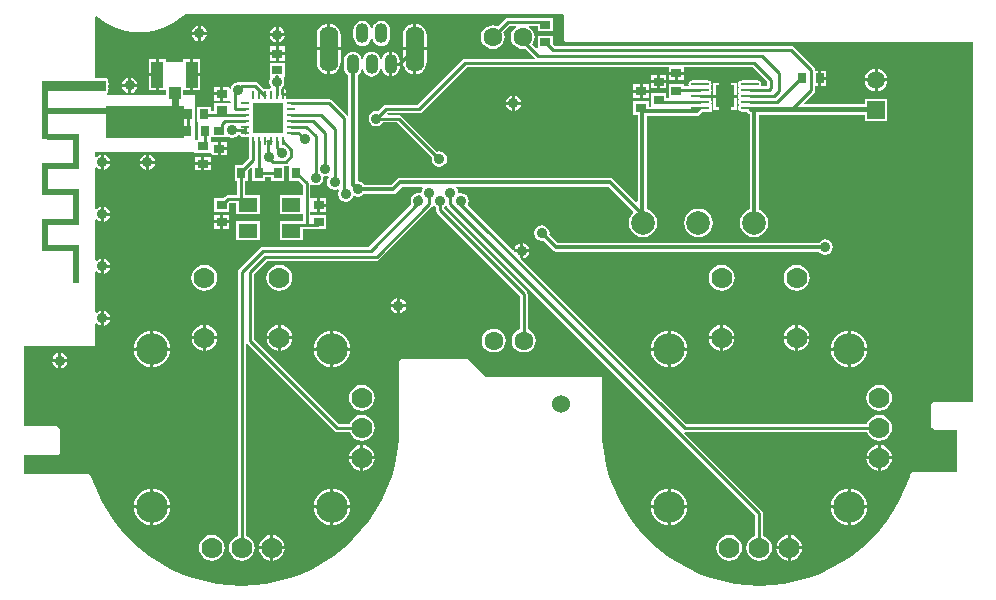
<source format=gbl>
%FSAX24Y24*%
%MOIN*%
G70*
G01*
G75*
G04 Layer_Physical_Order=2*
G04 Layer_Color=16711680*
%ADD10R,0.0600X0.0600*%
%ADD11R,0.0276X0.0354*%
%ADD12R,0.0354X0.0276*%
%ADD13R,0.0315X0.0354*%
%ADD14R,0.0354X0.0315*%
%ADD15R,0.0866X0.1142*%
%ADD16R,0.0236X0.1024*%
%ADD17O,0.0236X0.1024*%
%ADD18R,0.0118X0.0630*%
%ADD19O,0.0118X0.0630*%
%ADD20R,0.0945X0.1299*%
%ADD21R,0.0945X0.0394*%
%ADD22O,0.0807X0.0236*%
%ADD23O,0.0236X0.0807*%
%ADD24C,0.0139*%
%ADD25C,0.0100*%
%ADD26R,0.0630X0.1181*%
%ADD27R,0.1075X0.1126*%
%ADD28R,0.1299X0.1654*%
%ADD29C,0.0787*%
%ADD30O,0.0591X0.0866*%
%ADD31C,0.0600*%
%ADD32C,0.0630*%
%ADD33C,0.0700*%
%ADD34C,0.1057*%
%ADD35R,0.0591X0.0591*%
%ADD36C,0.0591*%
%ADD37O,0.0433X0.0669*%
%ADD38C,0.0157*%
%ADD39O,0.0630X0.1535*%
%ADD40C,0.0350*%
%ADD41R,0.0618X0.0740*%
%ADD42O,0.0610X0.0098*%
%ADD43R,0.0610X0.0098*%
%ADD44R,0.0630X0.0492*%
%ADD45O,0.0276X0.0098*%
%ADD46O,0.0098X0.0276*%
%ADD47R,0.1024X0.1024*%
%ADD48R,0.0394X0.0413*%
%ADD49R,0.0413X0.0866*%
%ADD50C,0.0218*%
%ADD51C,0.0179*%
%ADD52R,0.0402X0.1055*%
%ADD53R,0.0197X0.1173*%
%ADD54R,0.1130X0.0197*%
%ADD55R,0.2012X0.0197*%
%ADD56R,0.1957X0.0354*%
%ADD57R,0.0197X0.1969*%
%ADD58R,0.1114X0.0197*%
%ADD59R,0.0197X0.0984*%
%ADD60R,0.0197X0.0945*%
%ADD61R,0.1098X0.0197*%
%ADD62R,0.1169X0.0197*%
%ADD63R,0.1126X0.0197*%
%ADD64R,0.0197X0.1063*%
%ADD65R,0.2598X0.1080*%
G36*
X019097Y019570D02*
Y018791D01*
X019097Y018791D01*
X019097D01*
X019107Y018741D01*
X019136Y018699D01*
X019178Y018670D01*
X019228Y018660D01*
X032719D01*
Y006679D01*
X031472D01*
X031422Y006669D01*
X031380Y006640D01*
X031351Y006597D01*
X031341Y006547D01*
X031341Y006547D01*
X031341Y006547D01*
Y005878D01*
X031351Y005828D01*
X031380Y005785D01*
X031422Y005757D01*
X031472Y005747D01*
X032207D01*
Y004316D01*
X030831D01*
X030816Y004326D01*
X030766Y004336D01*
X030716Y004326D01*
X030673Y004298D01*
X030645Y004255D01*
X030643Y004246D01*
X030640Y004244D01*
X030640D01*
X030622Y004178D01*
X030479Y003790D01*
X030306Y003415D01*
X030104Y003055D01*
X029874Y002711D01*
X029619Y002387D01*
X029338Y002083D01*
X029035Y001803D01*
X028710Y001547D01*
X028367Y001318D01*
X028006Y001116D01*
X027631Y000943D01*
X027244Y000800D01*
X026846Y000688D01*
X026441Y000607D01*
X026031Y000559D01*
X025618Y000542D01*
X025205Y000559D01*
X024795Y000607D01*
X024390Y000688D01*
X023992Y000800D01*
X023604Y000943D01*
X023229Y001116D01*
X022869Y001318D01*
X022525Y001547D01*
X022201Y001803D01*
X021898Y002083D01*
X021617Y002387D01*
X021361Y002711D01*
X021132Y003055D01*
X020930Y003415D01*
X020757Y003790D01*
X020614Y004178D01*
X020502Y004576D01*
X020421Y004981D01*
X020373Y005391D01*
X020361Y005684D01*
X020359Y005684D01*
X020352Y005718D01*
X020354Y005720D01*
X020354D01*
Y007492D01*
X018102D01*
X018097Y007495D01*
X018047Y007505D01*
X016487D01*
X015935Y008057D01*
X015893Y008086D01*
X015843Y008096D01*
X013736D01*
X013686Y008086D01*
X013643Y008057D01*
X013615Y008015D01*
X013605Y007965D01*
Y005799D01*
X013609Y005780D01*
X013593Y005389D01*
X013545Y004979D01*
X013464Y004574D01*
X013352Y004176D01*
X013209Y003788D01*
X013036Y003413D01*
X012834Y003053D01*
X012605Y002709D01*
X012349Y002385D01*
X012069Y002082D01*
X011765Y001801D01*
X011441Y001545D01*
X011097Y001316D01*
X010737Y001114D01*
X010362Y000941D01*
X009974Y000798D01*
X009576Y000686D01*
X009171Y000605D01*
X008761Y000557D01*
X008348Y000541D01*
X007935Y000557D01*
X007525Y000605D01*
X007120Y000686D01*
X006722Y000798D01*
X006335Y000941D01*
X005960Y001114D01*
X005599Y001316D01*
X005256Y001545D01*
X004931Y001801D01*
X004628Y002082D01*
X004348Y002385D01*
X004092Y002709D01*
X003862Y003053D01*
X003660Y003413D01*
X003487Y003788D01*
X003344Y004176D01*
X003342Y004184D01*
X003342D01*
X003342Y004184D01*
X003340Y004194D01*
X003311Y004237D01*
X003269Y004265D01*
X003219Y004275D01*
X003216Y004275D01*
X003205Y004277D01*
X001092D01*
Y004881D01*
X002181D01*
X002231Y004891D01*
X002274Y004919D01*
X002302Y004962D01*
X002312Y005012D01*
Y005720D01*
X002302Y005771D01*
X002274Y005813D01*
X002231Y005842D01*
X002181Y005852D01*
X001092D01*
Y008516D01*
X003480D01*
Y009273D01*
X003527Y009287D01*
X003534Y009278D01*
X003618Y009222D01*
X003667Y009212D01*
Y009461D01*
Y009709D01*
X003618Y009700D01*
X003534Y009644D01*
X003527Y009634D01*
X003480Y009649D01*
Y011005D01*
X003527Y011019D01*
X003534Y011010D01*
X003618Y010954D01*
X003667Y010944D01*
Y011193D01*
Y011442D01*
X003618Y011432D01*
X003534Y011376D01*
X003527Y011367D01*
X003480Y011381D01*
Y012737D01*
X003527Y012752D01*
X003534Y012742D01*
X003618Y012686D01*
X003667Y012676D01*
Y012925D01*
Y013174D01*
X003618Y013164D01*
X003534Y013108D01*
X003527Y013099D01*
X003480Y013113D01*
Y014470D01*
X003527Y014484D01*
X003534Y014475D01*
X003618Y014418D01*
X003667Y014409D01*
Y014657D01*
Y014906D01*
X003618Y014897D01*
X003534Y014840D01*
X003527Y014831D01*
X003480Y014845D01*
Y015012D01*
X006772D01*
X006807Y014977D01*
Y014972D01*
X007319D01*
Y014972D01*
X007323D01*
X007358Y014938D01*
Y014894D01*
X007564D01*
Y015110D01*
Y015327D01*
X007358D01*
Y015327D01*
X007354D01*
X007319Y015362D01*
Y015406D01*
X007319D01*
Y015417D01*
X007346Y015445D01*
X007346D01*
Y015484D01*
X007346D01*
X007358D01*
X007381Y015484D01*
X007381Y015484D01*
X007381Y015484D01*
X007870D01*
X007870Y015484D01*
Y015484D01*
X007911Y015506D01*
X007948Y015481D01*
X008047Y015462D01*
X008146Y015481D01*
X008230Y015538D01*
X008238Y015549D01*
X008280D01*
X008322Y015521D01*
X008372Y015511D01*
X008457D01*
X008461Y015510D01*
X008465Y015511D01*
X008549D01*
X008576Y015517D01*
X008611Y015482D01*
X008606Y015455D01*
Y015370D01*
X008605Y015366D01*
Y014791D01*
X008373Y014559D01*
X008126D01*
Y014047D01*
X008211D01*
Y013565D01*
X008165D01*
Y013549D01*
X007898D01*
X007847Y013539D01*
X007805Y013510D01*
X007751Y013457D01*
X007437D01*
Y012984D01*
X007949D01*
Y013283D01*
X007952Y013286D01*
X008165D01*
Y012915D01*
X008953D01*
Y013565D01*
X008474D01*
Y014047D01*
X008559D01*
Y014373D01*
X008671Y014485D01*
X008717Y014467D01*
Y014047D01*
X009150D01*
Y014172D01*
X009346D01*
Y014047D01*
X009780D01*
Y014526D01*
X009822D01*
X009873Y014536D01*
X009894Y014550D01*
X009937Y014527D01*
Y014047D01*
X010244D01*
X010388Y013903D01*
Y013565D01*
X009622D01*
Y012915D01*
X010388D01*
Y012699D01*
X009622D01*
Y012049D01*
X010409D01*
Y012420D01*
X010862D01*
X010912Y012430D01*
X010917Y012433D01*
X011177D01*
Y012906D01*
X010665D01*
D01*
X010665D01*
X010650Y012921D01*
Y012984D01*
X010650D01*
X010665D01*
X010685Y012984D01*
X010685Y012984D01*
X010685Y012984D01*
X010871D01*
Y013220D01*
Y013457D01*
X010685D01*
X010685Y013457D01*
X010685Y013457D01*
X010665Y013457D01*
X010650Y013472D01*
Y013883D01*
X010654Y013904D01*
X010700Y013923D01*
X010724Y013907D01*
X010823Y013887D01*
X010922Y013907D01*
X011006Y013963D01*
X011062Y014047D01*
X011082Y014146D01*
X011080Y014152D01*
X011115Y014187D01*
X011138Y014182D01*
X011236Y014202D01*
X011263Y014161D01*
X011214Y014087D01*
X011194Y013988D01*
X011214Y013889D01*
X011270Y013805D01*
X011354Y013749D01*
X011453Y013729D01*
X011552Y013749D01*
X011578Y013766D01*
X011580D01*
X011614Y013733D01*
X011588Y013693D01*
X011568Y013594D01*
X011588Y013495D01*
X011644Y013412D01*
X011728Y013355D01*
X011827Y013336D01*
X011926Y013355D01*
X012010Y013412D01*
X012066Y013495D01*
X012070Y013518D01*
X012116Y013536D01*
X012121Y013533D01*
X012220Y013513D01*
X012319Y013533D01*
X012403Y013589D01*
X012411Y013601D01*
X013177D01*
X013177Y013601D01*
X013177Y013601D01*
X013402D01*
X013459Y013612D01*
X013509Y013645D01*
X013509Y013645D01*
X013707Y013843D01*
X014380D01*
X014404Y013800D01*
X014361Y013737D01*
X014352Y013687D01*
X014318Y013637D01*
X014268Y013647D01*
X014217Y013637D01*
X014189Y013618D01*
X014145Y013609D01*
X014061Y013553D01*
X014005Y013469D01*
X013985Y013370D01*
X014005Y013271D01*
X014017Y013254D01*
X012599Y011836D01*
X009071D01*
X009021Y011826D01*
X008978Y011798D01*
X008269Y011089D01*
X008241Y011046D01*
X008231Y010996D01*
Y002209D01*
X008146Y002174D01*
X008056Y002105D01*
X007988Y002015D01*
X007944Y001911D01*
X007930Y001799D01*
X007944Y001687D01*
X007988Y001583D01*
X008056Y001493D01*
X008146Y001425D01*
X008250Y001381D01*
X008362Y001367D01*
X008474Y001381D01*
X008578Y001425D01*
X008668Y001493D01*
X008737Y001583D01*
X008780Y001687D01*
X008795Y001799D01*
X008780Y001911D01*
X008737Y002015D01*
X008668Y002105D01*
X008578Y002174D01*
X008493Y002209D01*
Y008612D01*
X008545Y008620D01*
Y008620D01*
X011458Y005706D01*
X011501Y005678D01*
X011551Y005668D01*
X011953D01*
X011988Y005583D01*
X012056Y005493D01*
X012146Y005425D01*
X012250Y005381D01*
X012362Y005367D01*
X012474Y005381D01*
X012578Y005425D01*
X012668Y005493D01*
X012737Y005583D01*
X012780Y005687D01*
X012795Y005799D01*
X012780Y005911D01*
X012737Y006015D01*
X012668Y006105D01*
X012578Y006174D01*
X012474Y006217D01*
X012362Y006232D01*
X012250Y006217D01*
X012146Y006174D01*
X012056Y006105D01*
X011988Y006015D01*
X011953Y005930D01*
X011606D01*
X008769Y008767D01*
Y010942D01*
X009204Y011377D01*
X012858D01*
X012909Y011387D01*
X012951Y011415D01*
X012951Y011415D01*
X012951Y011415D01*
X014695Y013159D01*
X014695Y013159D01*
X014695Y013159D01*
X014719Y013195D01*
X014768D01*
X014774Y013187D01*
X014825Y013153D01*
Y013067D01*
X014835Y013017D01*
X014864Y012974D01*
X017629Y010209D01*
Y009084D01*
X017561Y009056D01*
X017479Y008993D01*
X017416Y008911D01*
X017376Y008815D01*
X017363Y008713D01*
X017376Y008610D01*
X017416Y008514D01*
X017479Y008432D01*
X017561Y008369D01*
X017657Y008329D01*
X017760Y008316D01*
X017863Y008329D01*
X017958Y008369D01*
X018041Y008432D01*
X018104Y008514D01*
X018143Y008610D01*
X018157Y008713D01*
X018143Y008815D01*
X018104Y008911D01*
X018041Y008993D01*
X017958Y009056D01*
X017891Y009084D01*
Y010264D01*
X017881Y010314D01*
X017853Y010357D01*
X015088Y013121D01*
Y013153D01*
X015140Y013187D01*
X015140Y013187D01*
Y013187D01*
X015142Y013189D01*
X015191Y013183D01*
X015199Y013171D01*
X015199Y013171D01*
X015199D01*
Y013171D01*
X015199Y013171D01*
X025475Y002894D01*
Y002209D01*
X025390Y002174D01*
X025301Y002105D01*
X025232Y002015D01*
X025189Y001911D01*
X025174Y001799D01*
X025189Y001687D01*
X025232Y001583D01*
X025301Y001493D01*
X025390Y001425D01*
X025494Y001381D01*
X025606Y001367D01*
X025718Y001381D01*
X025823Y001425D01*
X025912Y001493D01*
X025981Y001583D01*
X026024Y001687D01*
X026039Y001799D01*
X026024Y001911D01*
X025981Y002015D01*
X025912Y002105D01*
X025823Y002174D01*
X025738Y002209D01*
Y002949D01*
X025728Y002999D01*
X025699Y003042D01*
X023117Y005624D01*
X023126Y005668D01*
X024346D01*
X024346Y005668D01*
X029197D01*
X029232Y005583D01*
X029301Y005493D01*
X029390Y005425D01*
X029494Y005381D01*
X029606Y005367D01*
X029718Y005381D01*
X029823Y005425D01*
X029912Y005493D01*
X029981Y005583D01*
X030024Y005687D01*
X030039Y005799D01*
X030024Y005911D01*
X029981Y006015D01*
X029912Y006105D01*
X029823Y006174D01*
X029718Y006217D01*
X029606Y006232D01*
X029494Y006217D01*
X029390Y006174D01*
X029301Y006105D01*
X029232Y006015D01*
X029197Y005930D01*
X024347D01*
X024346Y005930D01*
X023180D01*
X017683Y011428D01*
X017693Y011446D01*
X017658Y011453D01*
X017643Y011468D01*
Y011655D01*
X017456D01*
X017441Y011670D01*
X017434Y011705D01*
X017440Y011732D01*
X017393Y011718D01*
X015881Y013230D01*
X015908Y013271D01*
X015928Y013370D01*
X015908Y013469D01*
X015852Y013553D01*
X015768Y013609D01*
X015669Y013629D01*
X015643Y013624D01*
X015572Y013638D01*
X015552Y013737D01*
X015496Y013821D01*
X015503Y013843D01*
X020576D01*
X021398Y013021D01*
X021395Y012975D01*
X021320Y012876D01*
X021272Y012761D01*
X021256Y012638D01*
X021272Y012514D01*
X021320Y012400D01*
X021395Y012301D01*
X021494Y012225D01*
X021609Y012178D01*
X021732Y012161D01*
X021856Y012178D01*
X021971Y012225D01*
X022069Y012301D01*
X022145Y012400D01*
X022193Y012514D01*
X022209Y012638D01*
X022193Y012761D01*
X022145Y012876D01*
X022069Y012975D01*
X021971Y013050D01*
X021860Y013096D01*
Y016199D01*
X023520D01*
X023520Y016199D01*
X023568Y016209D01*
X023578Y016211D01*
X023627Y016243D01*
X023627Y016243D01*
X023627Y016243D01*
X023705Y016322D01*
X023718Y016341D01*
X024022D01*
Y016596D01*
X024022Y016596D01*
X024022D01*
X024013Y016613D01*
X024014Y016615D01*
X024024Y016665D01*
X024014Y016715D01*
X023986Y016758D01*
Y016770D01*
X024014Y016812D01*
X023638D01*
Y016912D01*
X024014D01*
X023986Y016954D01*
Y016967D01*
X024014Y017009D01*
X024024Y017059D01*
X024014Y017109D01*
X023986Y017151D01*
Y017164D01*
X024014Y017206D01*
X024024Y017256D01*
X024014Y017306D01*
X023986Y017348D01*
X023944Y017376D01*
X023894Y017386D01*
X023382D01*
X023332Y017376D01*
X023290Y017348D01*
X023261Y017306D01*
X023251Y017256D01*
X023257Y017228D01*
X023226Y017190D01*
X023106D01*
Y017256D01*
X022594D01*
Y016823D01*
D01*
Y016823D01*
X022568Y016797D01*
X022516D01*
Y016961D01*
X022004D01*
Y016528D01*
D01*
Y016528D01*
X021978Y016502D01*
X021925D01*
Y016705D01*
X021413D01*
Y016232D01*
X021557D01*
Y013355D01*
X021512Y013336D01*
X020746Y014102D01*
X020697Y014135D01*
X020687Y014137D01*
X020639Y014146D01*
X020639Y014146D01*
X013644D01*
X013586Y014135D01*
X013537Y014102D01*
X013537Y014102D01*
X013339Y013903D01*
X013177D01*
X013177Y013903D01*
X013177Y013903D01*
X012438D01*
X012403Y013955D01*
X012319Y014011D01*
X012220Y014030D01*
X012220Y014031D01*
Y017555D01*
X012274Y017596D01*
X012321Y017658D01*
X012351Y017730D01*
X012353Y017750D01*
X012403D01*
X012405Y017730D01*
X012435Y017658D01*
X012482Y017596D01*
X012544Y017549D01*
X012616Y017519D01*
X012693Y017509D01*
X012770Y017519D01*
X012842Y017549D01*
X012904Y017596D01*
X012951Y017658D01*
X012981Y017730D01*
X012983Y017750D01*
X013032D01*
X013035Y017730D01*
X013065Y017658D01*
X013112Y017596D01*
X013174Y017549D01*
X013246Y017519D01*
X013273Y017516D01*
Y017925D01*
Y018335D01*
X013246Y018331D01*
X013174Y018301D01*
X013112Y018254D01*
X013065Y018192D01*
X013035Y018120D01*
X013032Y018100D01*
X012983D01*
X012981Y018120D01*
X012951Y018192D01*
X012904Y018254D01*
X012842Y018301D01*
X012770Y018331D01*
X012693Y018341D01*
X012616Y018331D01*
X012544Y018301D01*
X012482Y018254D01*
X012435Y018192D01*
X012405Y018120D01*
X012403Y018100D01*
X012353D01*
X012351Y018120D01*
X012321Y018192D01*
X012274Y018254D01*
X012212Y018301D01*
X012140Y018331D01*
X012063Y018341D01*
X011986Y018331D01*
X011914Y018301D01*
X011852Y018254D01*
X011805Y018192D01*
X011775Y018120D01*
X011765Y018043D01*
Y017807D01*
X011775Y017730D01*
X011805Y017658D01*
X011852Y017596D01*
X011914Y017549D01*
X011917Y017548D01*
Y016226D01*
X011870Y016212D01*
X011861Y016227D01*
X011368Y016719D01*
X011326Y016747D01*
X011276Y016757D01*
X009996D01*
X009992Y016756D01*
X009907D01*
X009880Y016751D01*
X009846Y016786D01*
X009851Y016813D01*
Y016852D01*
X009720D01*
Y016901D01*
X009670D01*
Y017111D01*
X009671Y017111D01*
X009720Y017121D01*
X009704Y017149D01*
X009707Y017152D01*
X009707Y017152D01*
X009707D01*
X009763Y017236D01*
X009782Y017335D01*
X009763Y017434D01*
X009753Y017449D01*
X009776Y017492D01*
X009799D01*
Y017965D01*
X009287D01*
Y017492D01*
X009287Y017492D01*
X009287D01*
X009304Y017462D01*
X009285Y017434D01*
X009265Y017335D01*
X009285Y017236D01*
X009333Y017164D01*
X009314Y017118D01*
X009277Y017111D01*
X009235Y017082D01*
X009222D01*
X009180Y017111D01*
X009130Y017121D01*
X009080Y017111D01*
X009072Y017106D01*
X008888Y017290D01*
X008846Y017318D01*
X008795Y017328D01*
X008362D01*
X008312Y017318D01*
X008311Y017317D01*
X008248Y017330D01*
X008149Y017310D01*
X008065Y017254D01*
X008009Y017170D01*
X007998Y017113D01*
X007949Y017118D01*
Y017177D01*
X007743D01*
Y016941D01*
Y016705D01*
X007949D01*
Y016705D01*
X007960D01*
X007995Y016670D01*
Y016626D01*
X007949D01*
Y016626D01*
X007437D01*
Y016357D01*
X007346D01*
Y016508D01*
X006874D01*
Y015996D01*
X006913D01*
Y015957D01*
X006913D01*
Y015445D01*
X006913D01*
Y015440D01*
X006879Y015406D01*
X006822D01*
X006822Y015406D01*
X006822Y015406D01*
X006807Y015406D01*
X006787Y015425D01*
Y015996D01*
X006795D01*
Y016508D01*
X006787D01*
Y016902D01*
X006394D01*
Y017059D01*
X006413D01*
Y017059D01*
X006649D01*
Y017571D01*
Y018083D01*
X006413D01*
Y018004D01*
X005823D01*
Y018083D01*
X005587D01*
Y017571D01*
Y017059D01*
X005823D01*
D01*
X005823D01*
X005843Y017039D01*
Y016902D01*
X003884D01*
X003870Y016949D01*
X003891Y016963D01*
X003909Y016989D01*
X003915Y017020D01*
Y017090D01*
X003920Y017098D01*
X003930Y017147D01*
X003915D01*
Y017247D01*
X003930D01*
X003920Y017296D01*
X003915Y017304D01*
Y017374D01*
X003909Y017405D01*
X003891Y017431D01*
X003865Y017448D01*
X003835Y017454D01*
X003687D01*
X003687Y017454D01*
X003675D01*
X003675Y017454D01*
X003480D01*
Y019499D01*
X003525Y019520D01*
X003604Y019450D01*
X003846Y019289D01*
X004107Y019160D01*
X004382Y019067D01*
X004667Y019010D01*
X004957Y018991D01*
X005247Y019010D01*
X005532Y019067D01*
X005807Y019160D01*
X006067Y019289D01*
X006309Y019450D01*
X006485Y019605D01*
X019062Y019605D01*
X019097Y019570D01*
D02*
G37*
%LPC*%
G36*
X027282Y008749D02*
X026906D01*
Y008373D01*
X026968Y008382D01*
X027073Y008425D01*
X027162Y008493D01*
X027231Y008583D01*
X027274Y008687D01*
X027282Y008749D01*
D02*
G37*
G36*
X005312Y009030D02*
X005243Y009023D01*
X005129Y008988D01*
X005023Y008932D01*
X004931Y008856D01*
X004855Y008763D01*
X004798Y008658D01*
X004764Y008543D01*
X004757Y008474D01*
X005312D01*
Y009030D01*
D02*
G37*
G36*
X024306Y008749D02*
X023930D01*
X023939Y008687D01*
X023982Y008583D01*
X024051Y008493D01*
X024140Y008425D01*
X024244Y008382D01*
X024306Y008373D01*
Y008749D01*
D02*
G37*
G36*
X024782D02*
X024406D01*
Y008373D01*
X024468Y008382D01*
X024573Y008425D01*
X024662Y008493D01*
X024731Y008583D01*
X024774Y008687D01*
X024782Y008749D01*
D02*
G37*
G36*
X026806D02*
X026430D01*
X026439Y008687D01*
X026482Y008583D01*
X026551Y008493D01*
X026640Y008425D01*
X026744Y008382D01*
X026806Y008373D01*
Y008749D01*
D02*
G37*
G36*
X022556Y009030D02*
X022487Y009023D01*
X022373Y008988D01*
X022267Y008932D01*
X022175Y008856D01*
X022099Y008763D01*
X022042Y008658D01*
X022008Y008543D01*
X022001Y008474D01*
X022556D01*
Y009030D01*
D02*
G37*
G36*
X022656D02*
Y008474D01*
X023212D01*
X023205Y008543D01*
X023170Y008658D01*
X023114Y008763D01*
X023038Y008856D01*
X022945Y008932D01*
X022840Y008988D01*
X022725Y009023D01*
X022656Y009030D01*
D02*
G37*
G36*
X011412D02*
Y008474D01*
X011968D01*
X011961Y008543D01*
X011926Y008658D01*
X011870Y008763D01*
X011794Y008856D01*
X011701Y008932D01*
X011596Y008988D01*
X011481Y009023D01*
X011412Y009030D01*
D02*
G37*
G36*
X005412D02*
Y008474D01*
X005968D01*
X005961Y008543D01*
X005926Y008658D01*
X005870Y008763D01*
X005794Y008856D01*
X005701Y008932D01*
X005596Y008988D01*
X005481Y009023D01*
X005412Y009030D01*
D02*
G37*
G36*
X011312D02*
X011243Y009023D01*
X011129Y008988D01*
X011023Y008932D01*
X010931Y008856D01*
X010855Y008763D01*
X010798Y008658D01*
X010764Y008543D01*
X010757Y008474D01*
X011312D01*
Y009030D01*
D02*
G37*
G36*
X010038Y008749D02*
X009662D01*
Y008373D01*
X009724Y008382D01*
X009828Y008425D01*
X009918Y008493D01*
X009987Y008583D01*
X010030Y008687D01*
X010038Y008749D01*
D02*
G37*
G36*
X029212Y008374D02*
X028656D01*
Y007819D01*
X028725Y007826D01*
X028840Y007860D01*
X028945Y007917D01*
X029038Y007993D01*
X029114Y008085D01*
X029170Y008191D01*
X029205Y008305D01*
X029212Y008374D01*
D02*
G37*
G36*
X002249Y008292D02*
X002200Y008282D01*
X002116Y008226D01*
X002060Y008142D01*
X002050Y008093D01*
X002249D01*
Y008292D01*
D02*
G37*
G36*
X028556Y008374D02*
X028001D01*
X028008Y008305D01*
X028042Y008191D01*
X028099Y008085D01*
X028175Y007993D01*
X028267Y007917D01*
X028373Y007860D01*
X028487Y007826D01*
X028556Y007819D01*
Y008374D01*
D02*
G37*
G36*
X022556D02*
X022001D01*
X022008Y008305D01*
X022042Y008191D01*
X022099Y008085D01*
X022175Y007993D01*
X022267Y007917D01*
X022373Y007860D01*
X022487Y007826D01*
X022556Y007819D01*
Y008374D01*
D02*
G37*
G36*
X023212D02*
X022656D01*
Y007819D01*
X022725Y007826D01*
X022840Y007860D01*
X022945Y007917D01*
X023038Y007993D01*
X023114Y008085D01*
X023170Y008191D01*
X023205Y008305D01*
X023212Y008374D01*
D02*
G37*
G36*
X007538Y008749D02*
X007162D01*
Y008373D01*
X007224Y008382D01*
X007328Y008425D01*
X007418Y008493D01*
X007487Y008583D01*
X007530Y008687D01*
X007538Y008749D01*
D02*
G37*
G36*
X009562D02*
X009186D01*
X009194Y008687D01*
X009238Y008583D01*
X009306Y008493D01*
X009396Y008425D01*
X009500Y008382D01*
X009562Y008373D01*
Y008749D01*
D02*
G37*
G36*
X007062D02*
X006686D01*
X006694Y008687D01*
X006738Y008583D01*
X006806Y008493D01*
X006896Y008425D01*
X007000Y008382D01*
X007062Y008373D01*
Y008749D01*
D02*
G37*
G36*
X002349Y008292D02*
Y008093D01*
X002548D01*
X002538Y008142D01*
X002482Y008226D01*
X002398Y008282D01*
X002349Y008292D01*
D02*
G37*
G36*
X016760Y009110D02*
X016657Y009096D01*
X016561Y009056D01*
X016479Y008993D01*
X016416Y008911D01*
X016376Y008815D01*
X016363Y008713D01*
X016376Y008610D01*
X016416Y008514D01*
X016479Y008432D01*
X016561Y008369D01*
X016657Y008329D01*
X016760Y008316D01*
X016863Y008329D01*
X016958Y008369D01*
X017041Y008432D01*
X017104Y008514D01*
X017143Y008610D01*
X017157Y008713D01*
X017143Y008815D01*
X017104Y008911D01*
X017041Y008993D01*
X016958Y009056D01*
X016863Y009096D01*
X016760Y009110D01*
D02*
G37*
G36*
X013529Y010123D02*
X013480Y010113D01*
X013396Y010057D01*
X013340Y009973D01*
X013330Y009924D01*
X013529D01*
Y010123D01*
D02*
G37*
G36*
X013629D02*
Y009924D01*
X013828D01*
X013818Y009973D01*
X013762Y010057D01*
X013678Y010113D01*
X013629Y010123D01*
D02*
G37*
G36*
X013828Y009824D02*
X013629D01*
Y009625D01*
X013678Y009635D01*
X013762Y009691D01*
X013818Y009775D01*
X013828Y009824D01*
D02*
G37*
G36*
X003767Y009709D02*
Y009511D01*
X003965D01*
X003956Y009560D01*
X003899Y009644D01*
X003816Y009700D01*
X003767Y009709D01*
D02*
G37*
G36*
X013529Y009824D02*
X013330D01*
X013340Y009775D01*
X013396Y009691D01*
X013480Y009635D01*
X013529Y009625D01*
Y009824D01*
D02*
G37*
G36*
X026856Y011232D02*
X026744Y011217D01*
X026640Y011174D01*
X026551Y011105D01*
X026482Y011015D01*
X026439Y010911D01*
X026424Y010799D01*
X026439Y010687D01*
X026482Y010583D01*
X026551Y010493D01*
X026640Y010425D01*
X026744Y010382D01*
X026856Y010367D01*
X026968Y010382D01*
X027073Y010425D01*
X027162Y010493D01*
X027231Y010583D01*
X027274Y010687D01*
X027289Y010799D01*
X027274Y010911D01*
X027231Y011015D01*
X027162Y011105D01*
X027073Y011174D01*
X026968Y011217D01*
X026856Y011232D01*
D02*
G37*
G36*
X003965Y011143D02*
X003767D01*
Y010944D01*
X003816Y010954D01*
X003899Y011010D01*
X003956Y011094D01*
X003965Y011143D01*
D02*
G37*
G36*
X024356Y011232D02*
X024244Y011217D01*
X024140Y011174D01*
X024051Y011105D01*
X023982Y011015D01*
X023939Y010911D01*
X023924Y010799D01*
X023939Y010687D01*
X023982Y010583D01*
X024051Y010493D01*
X024140Y010425D01*
X024244Y010382D01*
X024356Y010367D01*
X024468Y010382D01*
X024573Y010425D01*
X024662Y010493D01*
X024731Y010583D01*
X024774Y010687D01*
X024789Y010799D01*
X024774Y010911D01*
X024731Y011015D01*
X024662Y011105D01*
X024573Y011174D01*
X024468Y011217D01*
X024356Y011232D01*
D02*
G37*
G36*
X007112D02*
X007000Y011217D01*
X006896Y011174D01*
X006806Y011105D01*
X006738Y011015D01*
X006694Y010911D01*
X006680Y010799D01*
X006694Y010687D01*
X006738Y010583D01*
X006806Y010493D01*
X006896Y010425D01*
X007000Y010382D01*
X007112Y010367D01*
X007224Y010382D01*
X007328Y010425D01*
X007418Y010493D01*
X007487Y010583D01*
X007530Y010687D01*
X007545Y010799D01*
X007530Y010911D01*
X007487Y011015D01*
X007418Y011105D01*
X007328Y011174D01*
X007224Y011217D01*
X007112Y011232D01*
D02*
G37*
G36*
X009612D02*
X009500Y011217D01*
X009396Y011174D01*
X009306Y011105D01*
X009238Y011015D01*
X009194Y010911D01*
X009180Y010799D01*
X009194Y010687D01*
X009238Y010583D01*
X009306Y010493D01*
X009396Y010425D01*
X009500Y010382D01*
X009612Y010367D01*
X009724Y010382D01*
X009828Y010425D01*
X009918Y010493D01*
X009987Y010583D01*
X010030Y010687D01*
X010045Y010799D01*
X010030Y010911D01*
X009987Y011015D01*
X009918Y011105D01*
X009828Y011174D01*
X009724Y011217D01*
X009612Y011232D01*
D02*
G37*
G36*
X003965Y009411D02*
X003767D01*
Y009212D01*
X003816Y009222D01*
X003899Y009278D01*
X003956Y009362D01*
X003965Y009411D01*
D02*
G37*
G36*
X007162Y009225D02*
Y008849D01*
X007538D01*
X007530Y008911D01*
X007487Y009015D01*
X007418Y009105D01*
X007328Y009174D01*
X007224Y009217D01*
X007162Y009225D01*
D02*
G37*
G36*
X009562D02*
X009500Y009217D01*
X009396Y009174D01*
X009306Y009105D01*
X009238Y009015D01*
X009194Y008911D01*
X009186Y008849D01*
X009562D01*
Y009225D01*
D02*
G37*
G36*
X007062D02*
X007000Y009217D01*
X006896Y009174D01*
X006806Y009105D01*
X006738Y009015D01*
X006694Y008911D01*
X006686Y008849D01*
X007062D01*
Y009225D01*
D02*
G37*
G36*
X028556Y009030D02*
X028487Y009023D01*
X028373Y008988D01*
X028267Y008932D01*
X028175Y008856D01*
X028099Y008763D01*
X028042Y008658D01*
X028008Y008543D01*
X028001Y008474D01*
X028556D01*
Y009030D01*
D02*
G37*
G36*
X028656D02*
Y008474D01*
X029212D01*
X029205Y008543D01*
X029170Y008658D01*
X029114Y008763D01*
X029038Y008856D01*
X028945Y008932D01*
X028840Y008988D01*
X028725Y009023D01*
X028656Y009030D01*
D02*
G37*
G36*
X026806Y009225D02*
X026744Y009217D01*
X026640Y009174D01*
X026551Y009105D01*
X026482Y009015D01*
X026439Y008911D01*
X026430Y008849D01*
X026806D01*
Y009225D01*
D02*
G37*
G36*
X026906D02*
Y008849D01*
X027282D01*
X027274Y008911D01*
X027231Y009015D01*
X027162Y009105D01*
X027073Y009174D01*
X026968Y009217D01*
X026906Y009225D01*
D02*
G37*
G36*
X024406D02*
Y008849D01*
X024782D01*
X024774Y008911D01*
X024731Y009015D01*
X024662Y009105D01*
X024573Y009174D01*
X024468Y009217D01*
X024406Y009225D01*
D02*
G37*
G36*
X009662D02*
Y008849D01*
X010038D01*
X010030Y008911D01*
X009987Y009015D01*
X009918Y009105D01*
X009828Y009174D01*
X009724Y009217D01*
X009662Y009225D01*
D02*
G37*
G36*
X024306D02*
X024244Y009217D01*
X024140Y009174D01*
X024051Y009105D01*
X023982Y009015D01*
X023939Y008911D01*
X023930Y008849D01*
X024306D01*
Y009225D01*
D02*
G37*
G36*
X022556Y003124D02*
X022001D01*
X022008Y003055D01*
X022042Y002941D01*
X022099Y002835D01*
X022175Y002743D01*
X022267Y002667D01*
X022373Y002610D01*
X022487Y002575D01*
X022556Y002569D01*
Y003124D01*
D02*
G37*
G36*
X023212D02*
X022656D01*
Y002569D01*
X022725Y002575D01*
X022840Y002610D01*
X022945Y002667D01*
X023038Y002743D01*
X023114Y002835D01*
X023170Y002941D01*
X023205Y003055D01*
X023212Y003124D01*
D02*
G37*
G36*
X011968D02*
X011412D01*
Y002569D01*
X011481Y002575D01*
X011596Y002610D01*
X011701Y002667D01*
X011794Y002743D01*
X011870Y002835D01*
X011926Y002941D01*
X011961Y003055D01*
X011968Y003124D01*
D02*
G37*
G36*
X005968D02*
X005412D01*
Y002569D01*
X005481Y002575D01*
X005596Y002610D01*
X005701Y002667D01*
X005794Y002743D01*
X005870Y002835D01*
X005926Y002941D01*
X005961Y003055D01*
X005968Y003124D01*
D02*
G37*
G36*
X011312D02*
X010757D01*
X010764Y003055D01*
X010798Y002941D01*
X010855Y002835D01*
X010931Y002743D01*
X011023Y002667D01*
X011129Y002610D01*
X011243Y002575D01*
X011312Y002569D01*
Y003124D01*
D02*
G37*
G36*
X005412Y003780D02*
Y003224D01*
X005968D01*
X005961Y003293D01*
X005926Y003408D01*
X005870Y003513D01*
X005794Y003606D01*
X005701Y003682D01*
X005596Y003738D01*
X005481Y003773D01*
X005412Y003780D01*
D02*
G37*
G36*
X011312D02*
X011243Y003773D01*
X011129Y003738D01*
X011023Y003682D01*
X010931Y003606D01*
X010855Y003513D01*
X010798Y003408D01*
X010764Y003293D01*
X010757Y003224D01*
X011312D01*
Y003780D01*
D02*
G37*
G36*
X005312D02*
X005243Y003773D01*
X005129Y003738D01*
X005023Y003682D01*
X004931Y003606D01*
X004855Y003513D01*
X004798Y003408D01*
X004764Y003293D01*
X004757Y003224D01*
X005312D01*
Y003780D01*
D02*
G37*
G36*
X028556Y003124D02*
X028001D01*
X028008Y003055D01*
X028042Y002941D01*
X028099Y002835D01*
X028175Y002743D01*
X028267Y002667D01*
X028373Y002610D01*
X028487Y002575D01*
X028556Y002569D01*
Y003124D01*
D02*
G37*
G36*
X029212D02*
X028656D01*
Y002569D01*
X028725Y002575D01*
X028840Y002610D01*
X028945Y002667D01*
X029038Y002743D01*
X029114Y002835D01*
X029170Y002941D01*
X029205Y003055D01*
X029212Y003124D01*
D02*
G37*
G36*
X005312D02*
X004757D01*
X004764Y003055D01*
X004798Y002941D01*
X004855Y002835D01*
X004931Y002743D01*
X005023Y002667D01*
X005129Y002610D01*
X005243Y002575D01*
X005312Y002569D01*
Y003124D01*
D02*
G37*
G36*
X009788Y001749D02*
X009412D01*
Y001373D01*
X009474Y001381D01*
X009578Y001425D01*
X009668Y001493D01*
X009737Y001583D01*
X009780Y001687D01*
X009788Y001749D01*
D02*
G37*
G36*
X026556D02*
X026180D01*
X026189Y001687D01*
X026232Y001583D01*
X026301Y001493D01*
X026390Y001425D01*
X026494Y001381D01*
X026556Y001373D01*
Y001749D01*
D02*
G37*
G36*
X009312D02*
X008936D01*
X008945Y001687D01*
X008988Y001583D01*
X009056Y001493D01*
X009146Y001425D01*
X009250Y001381D01*
X009312Y001373D01*
Y001749D01*
D02*
G37*
G36*
X007362Y002232D02*
X007250Y002217D01*
X007146Y002174D01*
X007056Y002105D01*
X006988Y002015D01*
X006945Y001911D01*
X006930Y001799D01*
X006945Y001687D01*
X006988Y001583D01*
X007056Y001493D01*
X007146Y001425D01*
X007250Y001381D01*
X007362Y001367D01*
X007474Y001381D01*
X007578Y001425D01*
X007668Y001493D01*
X007737Y001583D01*
X007780Y001687D01*
X007795Y001799D01*
X007780Y001911D01*
X007737Y002015D01*
X007668Y002105D01*
X007578Y002174D01*
X007474Y002217D01*
X007362Y002232D01*
D02*
G37*
G36*
X024606D02*
X024494Y002217D01*
X024390Y002174D01*
X024301Y002105D01*
X024232Y002015D01*
X024189Y001911D01*
X024174Y001799D01*
X024189Y001687D01*
X024232Y001583D01*
X024301Y001493D01*
X024390Y001425D01*
X024494Y001381D01*
X024606Y001367D01*
X024718Y001381D01*
X024823Y001425D01*
X024912Y001493D01*
X024981Y001583D01*
X025024Y001687D01*
X025039Y001799D01*
X025024Y001911D01*
X024981Y002015D01*
X024912Y002105D01*
X024823Y002174D01*
X024718Y002217D01*
X024606Y002232D01*
D02*
G37*
G36*
X026556Y002225D02*
X026494Y002217D01*
X026390Y002174D01*
X026301Y002105D01*
X026232Y002015D01*
X026189Y001911D01*
X026180Y001849D01*
X026556D01*
Y002225D01*
D02*
G37*
G36*
X026656D02*
Y001849D01*
X027032D01*
X027024Y001911D01*
X026981Y002015D01*
X026912Y002105D01*
X026823Y002174D01*
X026718Y002217D01*
X026656Y002225D01*
D02*
G37*
G36*
X009412D02*
Y001849D01*
X009788D01*
X009780Y001911D01*
X009737Y002015D01*
X009668Y002105D01*
X009578Y002174D01*
X009474Y002217D01*
X009412Y002225D01*
D02*
G37*
G36*
X027032Y001749D02*
X026656D01*
Y001373D01*
X026718Y001381D01*
X026823Y001425D01*
X026912Y001493D01*
X026981Y001583D01*
X027024Y001687D01*
X027032Y001749D01*
D02*
G37*
G36*
X009312Y002225D02*
X009250Y002217D01*
X009146Y002174D01*
X009056Y002105D01*
X008988Y002015D01*
X008945Y001911D01*
X008936Y001849D01*
X009312D01*
Y002225D01*
D02*
G37*
G36*
X029606Y007232D02*
X029494Y007217D01*
X029390Y007174D01*
X029301Y007105D01*
X029232Y007015D01*
X029189Y006911D01*
X029174Y006799D01*
X029189Y006687D01*
X029232Y006583D01*
X029301Y006493D01*
X029390Y006425D01*
X029494Y006381D01*
X029606Y006367D01*
X029718Y006381D01*
X029823Y006425D01*
X029912Y006493D01*
X029981Y006583D01*
X030024Y006687D01*
X030039Y006799D01*
X030024Y006911D01*
X029981Y007015D01*
X029912Y007105D01*
X029823Y007174D01*
X029718Y007217D01*
X029606Y007232D01*
D02*
G37*
G36*
X002249Y007993D02*
X002050D01*
X002060Y007944D01*
X002116Y007860D01*
X002200Y007804D01*
X002249Y007795D01*
Y007993D01*
D02*
G37*
G36*
X012362Y007232D02*
X012250Y007217D01*
X012146Y007174D01*
X012056Y007105D01*
X011988Y007015D01*
X011945Y006911D01*
X011930Y006799D01*
X011945Y006687D01*
X011988Y006583D01*
X012056Y006493D01*
X012146Y006425D01*
X012250Y006381D01*
X012362Y006367D01*
X012474Y006381D01*
X012578Y006425D01*
X012668Y006493D01*
X012737Y006583D01*
X012780Y006687D01*
X012795Y006799D01*
X012780Y006911D01*
X012737Y007015D01*
X012668Y007105D01*
X012578Y007174D01*
X012474Y007217D01*
X012362Y007232D01*
D02*
G37*
G36*
X029556Y005225D02*
X029494Y005217D01*
X029390Y005174D01*
X029301Y005105D01*
X029232Y005015D01*
X029189Y004911D01*
X029180Y004849D01*
X029556D01*
Y005225D01*
D02*
G37*
G36*
X029656D02*
Y004849D01*
X030032D01*
X030024Y004911D01*
X029981Y005015D01*
X029912Y005105D01*
X029823Y005174D01*
X029718Y005217D01*
X029656Y005225D01*
D02*
G37*
G36*
X011312Y008374D02*
X010757D01*
X010764Y008305D01*
X010798Y008191D01*
X010855Y008085D01*
X010931Y007993D01*
X011023Y007917D01*
X011129Y007860D01*
X011243Y007826D01*
X011312Y007819D01*
Y008374D01*
D02*
G37*
G36*
X011968D02*
X011412D01*
Y007819D01*
X011481Y007826D01*
X011596Y007860D01*
X011701Y007917D01*
X011794Y007993D01*
X011870Y008085D01*
X011926Y008191D01*
X011961Y008305D01*
X011968Y008374D01*
D02*
G37*
G36*
X005968D02*
X005412D01*
Y007819D01*
X005481Y007826D01*
X005596Y007860D01*
X005701Y007917D01*
X005794Y007993D01*
X005870Y008085D01*
X005926Y008191D01*
X005961Y008305D01*
X005968Y008374D01*
D02*
G37*
G36*
X002548Y007993D02*
X002349D01*
Y007795D01*
X002398Y007804D01*
X002482Y007860D01*
X002538Y007944D01*
X002548Y007993D01*
D02*
G37*
G36*
X005312Y008374D02*
X004757D01*
X004764Y008305D01*
X004798Y008191D01*
X004855Y008085D01*
X004931Y007993D01*
X005023Y007917D01*
X005129Y007860D01*
X005243Y007826D01*
X005312Y007819D01*
Y008374D01*
D02*
G37*
G36*
X012412Y005225D02*
Y004849D01*
X012788D01*
X012780Y004911D01*
X012737Y005015D01*
X012668Y005105D01*
X012578Y005174D01*
X012474Y005217D01*
X012412Y005225D01*
D02*
G37*
G36*
X028556Y003780D02*
X028487Y003773D01*
X028373Y003738D01*
X028267Y003682D01*
X028175Y003606D01*
X028099Y003513D01*
X028042Y003408D01*
X028008Y003293D01*
X028001Y003224D01*
X028556D01*
Y003780D01*
D02*
G37*
G36*
X028656D02*
Y003224D01*
X029212D01*
X029205Y003293D01*
X029170Y003408D01*
X029114Y003513D01*
X029038Y003606D01*
X028945Y003682D01*
X028840Y003738D01*
X028725Y003773D01*
X028656Y003780D01*
D02*
G37*
G36*
X022656D02*
Y003224D01*
X023212D01*
X023205Y003293D01*
X023170Y003408D01*
X023114Y003513D01*
X023038Y003606D01*
X022945Y003682D01*
X022840Y003738D01*
X022725Y003773D01*
X022656Y003780D01*
D02*
G37*
G36*
X011412D02*
Y003224D01*
X011968D01*
X011961Y003293D01*
X011926Y003408D01*
X011870Y003513D01*
X011794Y003606D01*
X011701Y003682D01*
X011596Y003738D01*
X011481Y003773D01*
X011412Y003780D01*
D02*
G37*
G36*
X022556D02*
X022487Y003773D01*
X022373Y003738D01*
X022267Y003682D01*
X022175Y003606D01*
X022099Y003513D01*
X022042Y003408D01*
X022008Y003293D01*
X022001Y003224D01*
X022556D01*
Y003780D01*
D02*
G37*
G36*
X030032Y004749D02*
X029656D01*
Y004373D01*
X029718Y004381D01*
X029823Y004425D01*
X029912Y004493D01*
X029981Y004583D01*
X030024Y004687D01*
X030032Y004749D01*
D02*
G37*
G36*
X012312Y005225D02*
X012250Y005217D01*
X012146Y005174D01*
X012056Y005105D01*
X011988Y005015D01*
X011945Y004911D01*
X011936Y004849D01*
X012312D01*
Y005225D01*
D02*
G37*
G36*
X029556Y004749D02*
X029180D01*
X029189Y004687D01*
X029232Y004583D01*
X029301Y004493D01*
X029390Y004425D01*
X029494Y004381D01*
X029556Y004373D01*
Y004749D01*
D02*
G37*
G36*
X012312D02*
X011936D01*
X011945Y004687D01*
X011988Y004583D01*
X012056Y004493D01*
X012146Y004425D01*
X012250Y004381D01*
X012312Y004373D01*
Y004749D01*
D02*
G37*
G36*
X012788D02*
X012412D01*
Y004373D01*
X012474Y004381D01*
X012578Y004425D01*
X012668Y004493D01*
X012737Y004583D01*
X012780Y004687D01*
X012788Y004749D01*
D02*
G37*
G36*
X029554Y017772D02*
Y017452D01*
X029875D01*
X029868Y017499D01*
X029831Y017590D01*
X029771Y017668D01*
X029693Y017728D01*
X029602Y017766D01*
X029554Y017772D01*
D02*
G37*
G36*
X027850Y017709D02*
X027684D01*
Y017503D01*
X027850D01*
Y017709D01*
D02*
G37*
G36*
X029454Y017772D02*
X029406Y017766D01*
X029315Y017728D01*
X029237Y017668D01*
X029177Y017590D01*
X029140Y017499D01*
X029133Y017452D01*
X029454D01*
Y017772D01*
D02*
G37*
G36*
X022800Y017580D02*
X022594D01*
Y017413D01*
X022800D01*
Y017580D01*
D02*
G37*
G36*
X023106D02*
X022900D01*
Y017413D01*
X023106D01*
Y017580D01*
D02*
G37*
G36*
X014080Y018387D02*
X013733D01*
Y017984D01*
X013746Y017881D01*
X013786Y017786D01*
X013849Y017703D01*
X013931Y017640D01*
X014027Y017601D01*
X014080Y017594D01*
Y018387D01*
D02*
G37*
G36*
X014527D02*
X014180D01*
Y017594D01*
X014233Y017601D01*
X014328Y017640D01*
X014411Y017703D01*
X014474Y017786D01*
X014513Y017881D01*
X014527Y017984D01*
Y018387D01*
D02*
G37*
G36*
X011653D02*
X011306D01*
Y017594D01*
X011359Y017601D01*
X011454Y017640D01*
X011537Y017703D01*
X011600Y017786D01*
X011639Y017881D01*
X011653Y017984D01*
Y018387D01*
D02*
G37*
G36*
X013621Y017875D02*
X013373D01*
Y017516D01*
X013400Y017519D01*
X013472Y017549D01*
X013533Y017596D01*
X013581Y017658D01*
X013611Y017730D01*
X013621Y017807D01*
Y017875D01*
D02*
G37*
G36*
X011206Y018387D02*
X010859D01*
Y017984D01*
X010872Y017881D01*
X010912Y017786D01*
X010975Y017703D01*
X011057Y017640D01*
X011153Y017601D01*
X011206Y017594D01*
Y018387D01*
D02*
G37*
G36*
X022516Y017551D02*
X022310D01*
Y017385D01*
X022516D01*
Y017551D01*
D02*
G37*
G36*
X024515Y017347D02*
Y017098D01*
X024415D01*
Y017347D01*
X024366Y017337D01*
X024326Y017311D01*
X024077D01*
Y016912D01*
X024852D01*
Y017311D01*
X024603D01*
X024564Y017337D01*
X024515Y017347D01*
D02*
G37*
G36*
X022210Y017285D02*
X022004D01*
Y017118D01*
X022210D01*
Y017285D01*
D02*
G37*
G36*
X021925Y017256D02*
X021719D01*
Y017070D01*
X021925D01*
Y017256D01*
D02*
G37*
G36*
X006984Y017521D02*
X006749D01*
Y017059D01*
X006984D01*
Y017521D01*
D02*
G37*
G36*
X021619Y017256D02*
X021413D01*
Y017070D01*
X021619D01*
Y017256D01*
D02*
G37*
G36*
X004672Y017465D02*
Y017267D01*
X004871D01*
X004861Y017316D01*
X004805Y017399D01*
X004721Y017456D01*
X004672Y017465D01*
D02*
G37*
G36*
X022210Y017551D02*
X022004D01*
Y017385D01*
X022210D01*
Y017551D01*
D02*
G37*
G36*
X004572Y017465D02*
X004523Y017456D01*
X004439Y017399D01*
X004383Y017316D01*
X004373Y017267D01*
X004572D01*
Y017465D01*
D02*
G37*
G36*
X022516Y017285D02*
X022310D01*
Y017118D01*
X022516D01*
Y017285D01*
D02*
G37*
G36*
X027850Y017403D02*
X027684D01*
Y017197D01*
X027850D01*
Y017403D01*
D02*
G37*
G36*
X007194Y018899D02*
X006995D01*
Y018700D01*
X007044Y018710D01*
X007128Y018766D01*
X007184Y018850D01*
X007194Y018899D01*
D02*
G37*
G36*
X009493Y019158D02*
X009444Y019148D01*
X009360Y019092D01*
X009304Y019008D01*
X009295Y018959D01*
X009493D01*
Y019158D01*
D02*
G37*
G36*
X006895Y018899D02*
X006696D01*
X006706Y018850D01*
X006762Y018766D01*
X006846Y018710D01*
X006895Y018700D01*
Y018899D01*
D02*
G37*
G36*
X009493Y018859D02*
X009295D01*
X009304Y018810D01*
X009360Y018727D01*
X009444Y018670D01*
X009493Y018661D01*
Y018859D01*
D02*
G37*
G36*
X009792D02*
X009593D01*
Y018661D01*
X009642Y018670D01*
X009726Y018727D01*
X009782Y018810D01*
X009792Y018859D01*
D02*
G37*
G36*
X013008Y019365D02*
X012931Y019355D01*
X012859Y019325D01*
X012797Y019278D01*
X012750Y019216D01*
X012720Y019144D01*
X012718Y019124D01*
X012668D01*
X012666Y019144D01*
X012636Y019216D01*
X012589Y019278D01*
X012527Y019325D01*
X012455Y019355D01*
X012378Y019365D01*
X012301Y019355D01*
X012229Y019325D01*
X012167Y019278D01*
X012120Y019216D01*
X012090Y019144D01*
X012080Y019067D01*
Y018831D01*
X012090Y018754D01*
X012120Y018682D01*
X012167Y018620D01*
X012229Y018573D01*
X012301Y018543D01*
X012378Y018533D01*
X012455Y018543D01*
X012527Y018573D01*
X012589Y018620D01*
X012636Y018682D01*
X012666Y018754D01*
X012668Y018774D01*
X012718D01*
X012720Y018754D01*
X012750Y018682D01*
X012797Y018620D01*
X012859Y018573D01*
X012931Y018543D01*
X013008Y018533D01*
X013085Y018543D01*
X013157Y018573D01*
X013218Y018620D01*
X013266Y018682D01*
X013296Y018754D01*
X013306Y018831D01*
Y019067D01*
X013296Y019144D01*
X013266Y019216D01*
X013218Y019278D01*
X013157Y019325D01*
X013085Y019355D01*
X013008Y019365D01*
D02*
G37*
G36*
X018457Y019474D02*
X017232D01*
X017182Y019464D01*
X017139Y019435D01*
X016891Y019186D01*
X016823Y019214D01*
X016720Y019228D01*
X016618Y019214D01*
X016522Y019175D01*
X016440Y019112D01*
X016377Y019029D01*
X016337Y018933D01*
X016323Y018831D01*
X016337Y018728D01*
X016377Y018632D01*
X016440Y018550D01*
X016522Y018487D01*
X016618Y018447D01*
X016720Y018434D01*
X016823Y018447D01*
X016919Y018487D01*
X017001Y018550D01*
X017064Y018632D01*
X017104Y018728D01*
X017118Y018831D01*
X017104Y018933D01*
X017076Y019001D01*
X017287Y019211D01*
X017493D01*
X017509Y019165D01*
X017440Y019112D01*
X017377Y019029D01*
X017337Y018933D01*
X017323Y018831D01*
X017337Y018728D01*
X017377Y018632D01*
X017440Y018550D01*
X017522Y018487D01*
X017618Y018447D01*
X017720Y018434D01*
X017813Y018446D01*
X018118Y018141D01*
X018099Y018096D01*
X015803D01*
X015753Y018086D01*
X015710Y018057D01*
X014213Y016560D01*
X013165D01*
X013115Y016550D01*
X013073Y016522D01*
X012911Y016361D01*
X012850Y016373D01*
X012751Y016353D01*
X012667Y016297D01*
X012611Y016213D01*
X012592Y016114D01*
X012611Y016015D01*
X012667Y015931D01*
X012751Y015875D01*
X012850Y015855D01*
X012949Y015875D01*
X013033Y015931D01*
X013068Y015983D01*
X013532D01*
X014700Y014815D01*
X014690Y014764D01*
X014710Y014665D01*
X014766Y014581D01*
X014850Y014525D01*
X014949Y014505D01*
X015048Y014525D01*
X015132Y014581D01*
X015188Y014665D01*
X015208Y014764D01*
X015188Y014863D01*
X015132Y014947D01*
X015048Y015003D01*
X014949Y015022D01*
X014878Y015008D01*
X013679Y016207D01*
X013637Y016235D01*
X013587Y016245D01*
X013232D01*
X013213Y016291D01*
X013220Y016298D01*
X014268D01*
X014318Y016308D01*
X014361Y016336D01*
X014361Y016336D01*
X014361Y016336D01*
X015858Y017833D01*
X022594D01*
Y017680D01*
X023106D01*
Y017833D01*
X025394D01*
X025869Y017359D01*
Y017192D01*
X025867Y017190D01*
X025703D01*
X025672Y017228D01*
X025678Y017256D01*
X025668Y017306D01*
X025639Y017348D01*
X025597Y017376D01*
X025547Y017386D01*
X025035D01*
X024986Y017376D01*
X024943Y017348D01*
X024915Y017306D01*
X024905Y017256D01*
X024915Y017206D01*
X024943Y017164D01*
Y017151D01*
X024915Y017109D01*
X024905Y017059D01*
X024915Y017009D01*
X024943Y016967D01*
Y016954D01*
X024915Y016912D01*
X024905Y016862D01*
X024915Y016812D01*
X024943Y016770D01*
Y016758D01*
X024915Y016715D01*
X024905Y016665D01*
X024915Y016615D01*
X024943Y016573D01*
Y016561D01*
X024915Y016518D01*
X024905Y016468D01*
X024915Y016419D01*
X024943Y016376D01*
X024986Y016348D01*
X025035Y016338D01*
X025193D01*
X025220Y016297D01*
X025276Y016260D01*
X025297Y016256D01*
Y013093D01*
X025195Y013050D01*
X025096Y012975D01*
X025020Y012876D01*
X024973Y012761D01*
X024957Y012638D01*
X024973Y012514D01*
X025020Y012400D01*
X025096Y012301D01*
X025195Y012225D01*
X025310Y012178D01*
X025433Y012161D01*
X025556Y012178D01*
X025671Y012225D01*
X025770Y012301D01*
X025846Y012400D01*
X025893Y012514D01*
X025910Y012638D01*
X025893Y012761D01*
X025846Y012876D01*
X025770Y012975D01*
X025671Y013050D01*
X025600Y013080D01*
Y016247D01*
X029130D01*
Y016028D01*
X029878D01*
Y016776D01*
X029130D01*
Y016590D01*
X027119D01*
X027101Y016635D01*
X027431Y016966D01*
X027460Y017009D01*
X027460Y017009D01*
X027460Y017009D01*
X027470Y017059D01*
Y017197D01*
X027584D01*
Y017453D01*
Y017709D01*
X027470D01*
Y017728D01*
X027460Y017779D01*
X027431Y017821D01*
X026762Y018490D01*
X026720Y018519D01*
X026669Y018529D01*
X018798D01*
X018736Y018591D01*
Y018870D01*
X018224D01*
Y018472D01*
D01*
X018224Y018470D01*
X018222Y018469D01*
X018222Y018469D01*
X018179Y018452D01*
X018036Y018595D01*
X018064Y018632D01*
X018104Y018728D01*
X018118Y018831D01*
X018104Y018933D01*
X018064Y019029D01*
X018001Y019112D01*
X017919Y019175D01*
X017926Y019211D01*
X018224D01*
Y019028D01*
X018736D01*
Y019461D01*
X018512D01*
X018507Y019464D01*
X018457Y019474D01*
D02*
G37*
G36*
X006995Y019198D02*
Y018999D01*
X007194D01*
X007184Y019048D01*
X007128Y019132D01*
X007044Y019188D01*
X006995Y019198D01*
D02*
G37*
G36*
X009593Y019158D02*
Y018959D01*
X009792D01*
X009782Y019008D01*
X009726Y019092D01*
X009642Y019148D01*
X009593Y019158D01*
D02*
G37*
G36*
X006895Y019198D02*
X006846Y019188D01*
X006762Y019132D01*
X006706Y019048D01*
X006696Y018999D01*
X006895D01*
Y019198D01*
D02*
G37*
G36*
X014180Y019280D02*
Y018487D01*
X014527D01*
Y018890D01*
X014513Y018993D01*
X014474Y019088D01*
X014411Y019171D01*
X014328Y019234D01*
X014233Y019273D01*
X014180Y019280D01*
D02*
G37*
G36*
X009493Y018230D02*
X009287D01*
Y018043D01*
X009493D01*
Y018230D01*
D02*
G37*
G36*
X009799D02*
X009593D01*
Y018043D01*
X009799D01*
Y018230D01*
D02*
G37*
G36*
X013373Y018335D02*
Y017975D01*
X013621D01*
Y018043D01*
X013611Y018120D01*
X013581Y018192D01*
X013533Y018254D01*
X013472Y018301D01*
X013400Y018331D01*
X013373Y018335D01*
D02*
G37*
G36*
X005487Y018083D02*
X005252D01*
Y017621D01*
X005487D01*
Y018083D01*
D02*
G37*
G36*
X006984D02*
X006749D01*
Y017621D01*
X006984D01*
Y018083D01*
D02*
G37*
G36*
X011306Y019280D02*
Y018487D01*
X011653D01*
Y018890D01*
X011639Y018993D01*
X011600Y019088D01*
X011537Y019171D01*
X011454Y019234D01*
X011359Y019273D01*
X011306Y019280D01*
D02*
G37*
G36*
X014080D02*
X014027Y019273D01*
X013931Y019234D01*
X013849Y019171D01*
X013786Y019088D01*
X013746Y018993D01*
X013733Y018890D01*
Y018487D01*
X014080D01*
Y019280D01*
D02*
G37*
G36*
X011206D02*
X011153Y019273D01*
X011057Y019234D01*
X010975Y019171D01*
X010912Y019088D01*
X010872Y018993D01*
X010859Y018890D01*
Y018487D01*
X011206D01*
Y019280D01*
D02*
G37*
G36*
X009493Y018516D02*
X009287D01*
Y018330D01*
X009493D01*
Y018516D01*
D02*
G37*
G36*
X009799D02*
X009593D01*
Y018330D01*
X009799D01*
Y018516D01*
D02*
G37*
G36*
X011177Y013457D02*
X010971D01*
Y013270D01*
X011177D01*
Y013457D01*
D02*
G37*
G36*
X007013Y014548D02*
X006807D01*
Y014382D01*
X007013D01*
Y014548D01*
D02*
G37*
G36*
X011177Y013170D02*
X010971D01*
Y012984D01*
X011177D01*
Y013170D01*
D02*
G37*
G36*
X007949Y012906D02*
X007743D01*
Y012719D01*
X007949D01*
Y012906D01*
D02*
G37*
G36*
X003767Y013174D02*
Y012975D01*
X003965D01*
X003956Y013024D01*
X003899Y013108D01*
X003816Y013164D01*
X003767Y013174D01*
D02*
G37*
G36*
X005461Y014607D02*
X005263D01*
Y014409D01*
X005312Y014418D01*
X005396Y014475D01*
X005452Y014558D01*
X005461Y014607D01*
D02*
G37*
G36*
X007013Y014815D02*
X006807D01*
Y014648D01*
X007013D01*
Y014815D01*
D02*
G37*
G36*
X005163Y014607D02*
X004964D01*
X004974Y014558D01*
X005030Y014475D01*
X005114Y014418D01*
X005163Y014409D01*
Y014607D01*
D02*
G37*
G36*
X007319Y014548D02*
X007113D01*
Y014382D01*
X007319D01*
Y014548D01*
D02*
G37*
G36*
X003965Y014607D02*
X003767D01*
Y014409D01*
X003816Y014418D01*
X003899Y014475D01*
X003956Y014558D01*
X003965Y014607D01*
D02*
G37*
G36*
X007643Y012906D02*
X007437D01*
Y012719D01*
X007643D01*
Y012906D01*
D02*
G37*
G36*
X017643Y011953D02*
X017594Y011944D01*
X017510Y011888D01*
X017454Y011804D01*
X017444Y011755D01*
X017643D01*
Y011953D01*
D02*
G37*
G36*
X017743D02*
Y011755D01*
X017942D01*
X017932Y011804D01*
X017876Y011888D01*
X017792Y011944D01*
X017743Y011953D01*
D02*
G37*
G36*
X018362Y012554D02*
X018263Y012534D01*
X018179Y012478D01*
X018123Y012394D01*
X018103Y012295D01*
X018123Y012196D01*
X018179Y012112D01*
X018263Y012056D01*
X018362Y012037D01*
X018399Y012044D01*
X018728Y011716D01*
D01*
X018728D01*
X018728Y011716D01*
X018728Y011716D01*
X018728D01*
D01*
X018728D01*
X018728Y011716D01*
Y011716D01*
X018728Y011716D01*
Y011716D01*
X018777Y011683D01*
X018786Y011681D01*
X018835Y011672D01*
X018835Y011672D01*
X027607D01*
X027628Y011640D01*
X027712Y011584D01*
X027811Y011564D01*
X027910Y011584D01*
X027994Y011640D01*
X028050Y011724D01*
X028070Y011823D01*
X028050Y011922D01*
X027994Y012006D01*
X027910Y012062D01*
X027811Y012082D01*
X027712Y012062D01*
X027628Y012006D01*
X027607Y011974D01*
X018897D01*
X018614Y012258D01*
X018621Y012295D01*
X018601Y012394D01*
X018545Y012478D01*
X018461Y012534D01*
X018362Y012554D01*
D02*
G37*
G36*
X003767Y011442D02*
Y011243D01*
X003965D01*
X003956Y011292D01*
X003899Y011376D01*
X003816Y011432D01*
X003767Y011442D01*
D02*
G37*
G36*
X017942Y011655D02*
X017743D01*
Y011456D01*
X017792Y011466D01*
X017876Y011522D01*
X017932Y011606D01*
X017942Y011655D01*
D02*
G37*
G36*
X007949Y012619D02*
X007743D01*
Y012433D01*
X007949D01*
Y012619D01*
D02*
G37*
G36*
X003965Y012875D02*
X003767D01*
Y012676D01*
X003816Y012686D01*
X003899Y012742D01*
X003956Y012826D01*
X003965Y012875D01*
D02*
G37*
G36*
X007643Y012619D02*
X007437D01*
Y012433D01*
X007643D01*
Y012619D01*
D02*
G37*
G36*
X008953Y012699D02*
X008165D01*
Y012049D01*
X008953D01*
Y012699D01*
D02*
G37*
G36*
X023583Y013114D02*
X023459Y013098D01*
X023344Y013050D01*
X023246Y012975D01*
X023170Y012876D01*
X023122Y012761D01*
X023106Y012638D01*
X023122Y012514D01*
X023170Y012400D01*
X023246Y012301D01*
X023344Y012225D01*
X023459Y012178D01*
X023583Y012161D01*
X023706Y012178D01*
X023821Y012225D01*
X023920Y012301D01*
X023995Y012400D01*
X024043Y012514D01*
X024059Y012638D01*
X024043Y012761D01*
X023995Y012876D01*
X023920Y012975D01*
X023821Y013050D01*
X023706Y013098D01*
X023583Y013114D01*
D02*
G37*
G36*
X009770Y017111D02*
Y016952D01*
X009851D01*
Y016990D01*
X009841Y017040D01*
X009813Y017082D01*
X009770Y017111D01*
D02*
G37*
G36*
X004572Y017167D02*
X004373D01*
X004383Y017118D01*
X004439Y017034D01*
X004523Y016978D01*
X004572Y016968D01*
Y017167D01*
D02*
G37*
G36*
X021925Y016970D02*
X021719D01*
Y016783D01*
X021925D01*
Y016970D01*
D02*
G37*
G36*
X007643Y016891D02*
X007437D01*
Y016705D01*
X007643D01*
Y016891D01*
D02*
G37*
G36*
X021619Y016970D02*
X021413D01*
Y016783D01*
X021619D01*
Y016970D01*
D02*
G37*
G36*
X029875Y017352D02*
X029554D01*
Y017031D01*
X029602Y017037D01*
X029693Y017075D01*
X029771Y017135D01*
X029831Y017213D01*
X029868Y017304D01*
X029875Y017352D01*
D02*
G37*
G36*
X005487Y017521D02*
X005252D01*
Y017059D01*
X005487D01*
Y017521D01*
D02*
G37*
G36*
X029454Y017352D02*
X029133D01*
X029140Y017304D01*
X029177Y017213D01*
X029237Y017135D01*
X029315Y017075D01*
X029406Y017037D01*
X029454Y017031D01*
Y017352D01*
D02*
G37*
G36*
X004871Y017167D02*
X004672D01*
Y016968D01*
X004721Y016978D01*
X004805Y017034D01*
X004861Y017118D01*
X004871Y017167D01*
D02*
G37*
G36*
X007643Y017177D02*
X007437D01*
Y016991D01*
X007643D01*
Y017177D01*
D02*
G37*
G36*
X017467Y016875D02*
Y016676D01*
X017666D01*
X017656Y016725D01*
X017600Y016809D01*
X017516Y016865D01*
X017467Y016875D01*
D02*
G37*
G36*
X005263Y014906D02*
Y014707D01*
X005461D01*
X005452Y014756D01*
X005396Y014840D01*
X005312Y014897D01*
X005263Y014906D01*
D02*
G37*
G36*
X007870Y015060D02*
X007664D01*
Y014894D01*
X007870D01*
Y015060D01*
D02*
G37*
G36*
X005163Y014906D02*
X005114Y014897D01*
X005030Y014840D01*
X004974Y014756D01*
X004964Y014707D01*
X005163D01*
Y014906D01*
D02*
G37*
G36*
X007319Y014815D02*
X007113D01*
Y014648D01*
X007319D01*
Y014815D01*
D02*
G37*
G36*
X003767Y014906D02*
Y014707D01*
X003965D01*
X003956Y014756D01*
X003899Y014840D01*
X003816Y014897D01*
X003767Y014906D01*
D02*
G37*
G36*
X024852Y016812D02*
X024077D01*
Y016413D01*
X024326D01*
X024366Y016387D01*
X024415Y016377D01*
Y016626D01*
X024515D01*
Y016377D01*
X024564Y016387D01*
X024603Y016413D01*
X024852D01*
Y016812D01*
D02*
G37*
G36*
X017367Y016875D02*
X017318Y016865D01*
X017234Y016809D01*
X017178Y016725D01*
X017169Y016676D01*
X017367D01*
Y016875D01*
D02*
G37*
G36*
X017666Y016576D02*
X017467D01*
Y016377D01*
X017516Y016387D01*
X017600Y016443D01*
X017656Y016527D01*
X017666Y016576D01*
D02*
G37*
G36*
X007870Y015327D02*
X007664D01*
Y015160D01*
X007870D01*
Y015327D01*
D02*
G37*
G36*
X017367Y016576D02*
X017169D01*
X017178Y016527D01*
X017234Y016443D01*
X017318Y016387D01*
X017367Y016377D01*
Y016576D01*
D02*
G37*
%LPD*%
D11*
X006539Y015701D02*
D03*
X007130D02*
D03*
X009563Y014303D02*
D03*
X010154D02*
D03*
X008343D02*
D03*
X008933D02*
D03*
X027043Y017453D02*
D03*
X027634D02*
D03*
D12*
X007614Y015701D02*
D03*
Y015110D02*
D03*
X018480Y018654D02*
D03*
Y019244D02*
D03*
X022850Y017039D02*
D03*
Y017630D02*
D03*
X022260Y016744D02*
D03*
Y017335D02*
D03*
X007063Y014598D02*
D03*
Y015189D02*
D03*
D13*
X006559Y016252D02*
D03*
X007110D02*
D03*
D14*
X007693Y016941D02*
D03*
Y016390D02*
D03*
Y013220D02*
D03*
Y012669D02*
D03*
X010921Y012669D02*
D03*
Y013220D02*
D03*
X009543Y017728D02*
D03*
Y018280D02*
D03*
X021669Y016468D02*
D03*
Y017020D02*
D03*
D24*
X020639Y013995D02*
X021709Y012925D01*
Y016350D01*
X023520D02*
X023598Y016429D01*
X021709Y016350D02*
X023520D01*
X025449Y012768D02*
Y016311D01*
X009524Y017197D02*
Y017512D01*
X009524Y017197D02*
X009524Y017197D01*
X013177Y013752D02*
X013402D01*
X012220Y013752D02*
X013402D01*
X012220Y013752D02*
X013177D01*
X013177Y013752D01*
X018362Y012295D02*
X018835Y011823D01*
X027811D01*
X013644Y013995D02*
X020639D01*
X013402Y013752D02*
X013644Y013995D01*
X012063Y017925D02*
X012069Y017919D01*
Y013904D02*
Y017919D01*
Y013904D02*
X012220Y013752D01*
D25*
X014244Y013457D02*
X014268Y013433D01*
X009524Y015118D02*
X009693Y014949D01*
X010240Y015642D02*
X010461Y015421D01*
X012850Y016114D02*
X013587D01*
X014961Y014740D01*
X007681Y013201D02*
X007898Y013417D01*
X008559D01*
X010843Y011508D02*
X010882D01*
X009150D02*
X010843D01*
X023205Y005799D02*
X023244D01*
X023126D02*
X023244D01*
X006559Y015720D02*
Y016252D01*
X008343Y014343D02*
X008736Y014736D01*
X008933Y014303D02*
X009563D01*
X008913D02*
X008933D01*
X010528Y012551D02*
X010862D01*
X010016D02*
X010528D01*
X008343Y013280D02*
Y014303D01*
X023638Y016862D02*
X024386D01*
X017232Y019343D02*
X018457D01*
X016720Y018831D02*
X017232Y019343D01*
X025291Y016862D02*
X026097D01*
X026276Y017041D01*
X026709Y016429D02*
X027339Y017059D01*
Y017728D01*
X025341Y016419D02*
X025449Y016311D01*
X025291Y016665D02*
X026197D01*
X022850Y017059D02*
X023638D01*
X022299Y016665D02*
X023638D01*
X025606Y001783D02*
Y001799D01*
X024346Y005799D02*
X029606D01*
X012362Y005799D02*
X012362Y005799D01*
X011551Y005799D02*
X012362D01*
X008638Y008713D02*
X011551Y005799D01*
X008638Y008713D02*
Y010996D01*
X008362Y001902D02*
Y010996D01*
X008638D02*
X009150Y011508D01*
X008362Y010996D02*
X009071Y011705D01*
X009996Y016626D02*
X011276D01*
X011768Y016134D01*
X009996Y016232D02*
X011000D01*
X011453Y015780D01*
X009996Y016035D02*
X010744D01*
X011138Y015642D01*
Y014441D02*
Y015642D01*
X010508Y015839D02*
X010823Y015524D01*
X009996Y015839D02*
X010508D01*
X010823Y014146D02*
Y015524D01*
X008126Y016429D02*
Y016961D01*
X008362Y017197D02*
X008795D01*
X009110Y016882D02*
X009130Y016902D01*
X010862Y012551D02*
X010921Y012610D01*
X007130Y015169D02*
Y015701D01*
X007208Y016225D02*
X008454D01*
X008461Y016232D01*
X007693Y015681D02*
Y015937D01*
X009524Y016902D02*
Y017197D01*
Y015118D02*
Y015366D01*
X009996Y015642D02*
X010240D01*
X008461D02*
Y015819D01*
X008146Y016429D02*
X008461D01*
X025291Y017059D02*
X025921D01*
X026000Y017138D01*
X017760Y008713D02*
Y010264D01*
X023244Y005799D02*
X024346D01*
X013323Y017925D02*
X013598D01*
X014110Y018437D01*
X009071Y011705D02*
X012654D01*
X026276Y017041D02*
Y017625D01*
X026000Y017138D02*
Y017413D01*
X026669Y018398D02*
X027339Y017728D01*
X025700Y018201D02*
X026276Y017625D01*
X018474Y018667D02*
X018744Y018398D01*
X026669D01*
X017772Y018673D02*
X018244Y018201D01*
X025700D01*
X015803Y017965D02*
X025449D01*
X026000Y017413D01*
X012890Y016154D02*
X013165Y016429D01*
X014268D01*
X015803Y017965D01*
X015646Y013280D02*
Y013441D01*
Y013280D02*
X023126Y005799D01*
X014933Y013472D02*
X014937Y013476D01*
X014933Y013402D02*
Y013472D01*
X015291Y013264D02*
Y013661D01*
Y013264D02*
X025606Y002949D01*
Y001799D02*
Y002949D01*
X012654Y011705D02*
X014268Y013319D01*
Y013516D01*
X014244Y013492D02*
X014268Y013516D01*
X014244Y013457D02*
Y013492D01*
X014581Y013656D02*
X014596Y013671D01*
Y013671D01*
X014251Y013417D02*
Y013470D01*
X014244Y013417D02*
X014251D01*
X010843Y011508D02*
X012858D01*
X014602Y013252D01*
Y013634D01*
X014581Y013656D02*
X014602Y013634D01*
X014957Y013067D02*
X017760Y010264D01*
X014957Y013067D02*
Y013457D01*
X014937Y013476D02*
X014957Y013457D01*
X009822Y014657D02*
X010016Y014851D01*
Y015071D01*
X008126Y016961D02*
X008362Y017197D01*
X008795D02*
X009110Y016882D01*
X009731Y015357D02*
X010016Y015071D01*
X008736Y014736D02*
Y015366D01*
X008933Y014303D02*
Y015366D01*
X009228Y014835D02*
X009406Y014657D01*
X009822D01*
X009209Y015366D02*
X009327D01*
X009209D02*
X009228Y015346D01*
Y014835D02*
Y015346D01*
X011453Y013949D02*
X011567Y014063D01*
Y014074D01*
X011768Y013677D02*
Y013846D01*
X011453Y013949D02*
Y015780D01*
X011768Y014303D02*
Y016134D01*
X011480Y013988D02*
X011567Y014074D01*
X011453Y013988D02*
X011480D01*
X011768Y013846D02*
X011768Y013846D01*
X011768Y013846D02*
Y014303D01*
X011768Y014303D01*
X010519Y012560D02*
X010528Y012551D01*
X010519Y012560D02*
Y013917D01*
X010528Y013926D01*
Y013949D01*
X010173Y014303D02*
X010528Y013949D01*
X010823Y014126D02*
Y014146D01*
X026197Y016665D02*
X026965Y017433D01*
X007693Y015937D02*
X007791Y016035D01*
X008461D01*
X008047Y015740D02*
X008106Y015720D01*
X008087D02*
X008106D01*
X008047Y015740D02*
X008461D01*
D29*
X025433Y012638D02*
D03*
X023583D02*
D03*
X021732D02*
D03*
D30*
X014130Y018740D02*
D03*
Y018134D02*
D03*
Y018538D02*
D03*
Y018336D02*
D03*
X011256D02*
D03*
Y018538D02*
D03*
Y018134D02*
D03*
Y018740D02*
D03*
D31*
X018992Y006587D02*
D03*
D32*
X017720Y018831D02*
D03*
X016720D02*
D03*
X017760Y008713D02*
D03*
X016760D02*
D03*
D33*
X012362Y004799D02*
D03*
Y005799D02*
D03*
Y006799D02*
D03*
X007362Y001799D02*
D03*
X008362D02*
D03*
X009362D02*
D03*
X007112Y008799D02*
D03*
X009612D02*
D03*
X007112Y010799D02*
D03*
X009612D02*
D03*
X029606Y004799D02*
D03*
Y005799D02*
D03*
Y006799D02*
D03*
X024606Y001799D02*
D03*
X025606D02*
D03*
X026606D02*
D03*
X024356Y008799D02*
D03*
X026856D02*
D03*
X024356Y010799D02*
D03*
X026856D02*
D03*
D34*
X005362Y008424D02*
D03*
Y003174D02*
D03*
X011362D02*
D03*
Y008424D02*
D03*
X022606D02*
D03*
Y003174D02*
D03*
X028606D02*
D03*
Y008424D02*
D03*
D35*
X029504Y016402D02*
D03*
D36*
Y017402D02*
D03*
D37*
X012378Y018949D02*
D03*
X013008D02*
D03*
X012063Y017925D02*
D03*
X013323D02*
D03*
X012693D02*
D03*
D39*
X014130Y018437D02*
D03*
X011256D02*
D03*
D40*
X008248Y017071D02*
D03*
X010480Y015421D02*
D03*
X003681Y017197D02*
D03*
X017693Y011705D02*
D03*
X017417Y016626D02*
D03*
X027811Y011823D02*
D03*
X003717Y014657D02*
D03*
Y012925D02*
D03*
X004622Y017217D02*
D03*
X005213Y014657D02*
D03*
X013579Y009874D02*
D03*
X009543Y018909D02*
D03*
X006945Y018949D02*
D03*
X002299Y008043D02*
D03*
X012850Y016114D02*
D03*
X018362Y012295D02*
D03*
X014957Y013370D02*
D03*
X014949Y014764D02*
D03*
X015669Y013370D02*
D03*
X015313Y013638D02*
D03*
X014600D02*
D03*
X014244Y013370D02*
D03*
X009685Y014972D02*
D03*
X009268Y014815D02*
D03*
X012220Y013772D02*
D03*
X011138Y014441D02*
D03*
X011453Y013988D02*
D03*
X011827Y013594D02*
D03*
X010823Y014146D02*
D03*
X009524Y017335D02*
D03*
X008047Y015720D02*
D03*
X003717Y009461D02*
D03*
Y011193D02*
D03*
X024465Y017098D02*
D03*
Y016626D02*
D03*
X008992Y015898D02*
D03*
X009465D02*
D03*
X008992Y016370D02*
D03*
X009465D02*
D03*
D41*
X024465Y016862D02*
D03*
D42*
X025291Y017256D02*
D03*
Y017059D02*
D03*
Y016862D02*
D03*
Y016665D02*
D03*
Y016468D02*
D03*
X023638Y017256D02*
D03*
Y017059D02*
D03*
Y016862D02*
D03*
Y016665D02*
D03*
D43*
Y016468D02*
D03*
D44*
X008559Y012374D02*
D03*
Y013240D02*
D03*
X010016D02*
D03*
Y012374D02*
D03*
D45*
X008461Y015642D02*
D03*
Y015839D02*
D03*
Y016035D02*
D03*
Y016232D02*
D03*
Y016429D02*
D03*
Y016626D02*
D03*
X009996D02*
D03*
Y016429D02*
D03*
Y016232D02*
D03*
Y016035D02*
D03*
Y015839D02*
D03*
Y015642D02*
D03*
D46*
X008736Y016902D02*
D03*
X008933D02*
D03*
X009130D02*
D03*
X009327D02*
D03*
X009524D02*
D03*
X009720D02*
D03*
Y015366D02*
D03*
X009524D02*
D03*
X009327D02*
D03*
X009130D02*
D03*
X008933D02*
D03*
X008736D02*
D03*
D47*
X009228Y016134D02*
D03*
D48*
X006118Y016970D02*
D03*
D49*
X005537Y017571D02*
D03*
X006699D02*
D03*
D50*
X006118Y016232D02*
Y016970D01*
D51*
X025341Y016419D02*
X029504D01*
D52*
X024465Y016843D02*
D03*
D53*
X002846Y011205D02*
D03*
D54*
X002380Y011803D02*
D03*
D55*
X002829Y016370D02*
D03*
D56*
X002856Y017197D02*
D03*
D57*
X001807Y016390D02*
D03*
D58*
X002388Y015504D02*
D03*
D59*
X002846Y015020D02*
D03*
D60*
Y013161D02*
D03*
D61*
X002396Y012669D02*
D03*
D62*
X002360Y014520D02*
D03*
D63*
X002382Y013654D02*
D03*
D64*
X001807Y014087D02*
D03*
X001807Y012236D02*
D03*
D65*
X005126Y015988D02*
D03*
M02*

</source>
